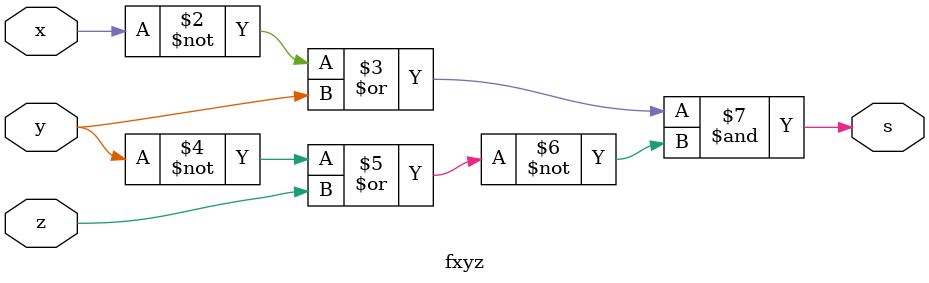
<source format=v>
/*
	Guia_0401e.v
	842536 - Mateus Henrique Medeiros Diniz
*/

module Guia_0401e;
	reg x, y, z;
	wire s;
	
	fxyz f ( s, x, y, z);
	
	initial 
	begin: main
		integer i;
		
		$display("x y z | (x'+y).(y'+z)'");
		$monitor("%b %b %b |    %b", x, y, z, s);
		
		x = 0;
		y = 0;
		z = 0;
		
		for(i = 0; i < 7; i++) begin
			#1;
			z = ~z;
			if((i + 1) % 2 == 0) begin
				y = ~y;
			end
			if((i + 1) % 4 == 0) begin
				x = ~x;
			end
		end
	end
endmodule

module fxyz (output s, input x, y, z);
	assign s = (~x | y) & ~(~y | z);
endmodule
</source>
